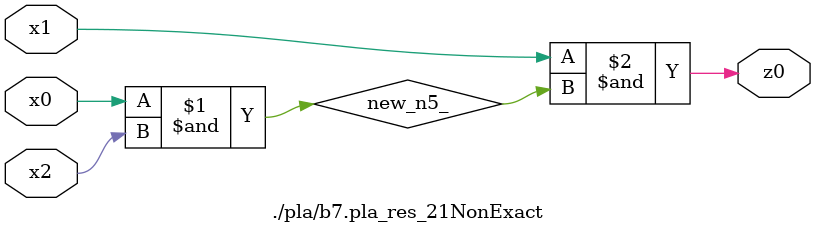
<source format=v>

module \./pla/b7.pla_res_21NonExact  ( 
    x0, x1, x2,
    z0  );
  input  x0, x1, x2;
  output z0;
  wire new_n5_;
  assign new_n5_ = x0 & x2;
  assign z0 = x1 & new_n5_;
endmodule



</source>
